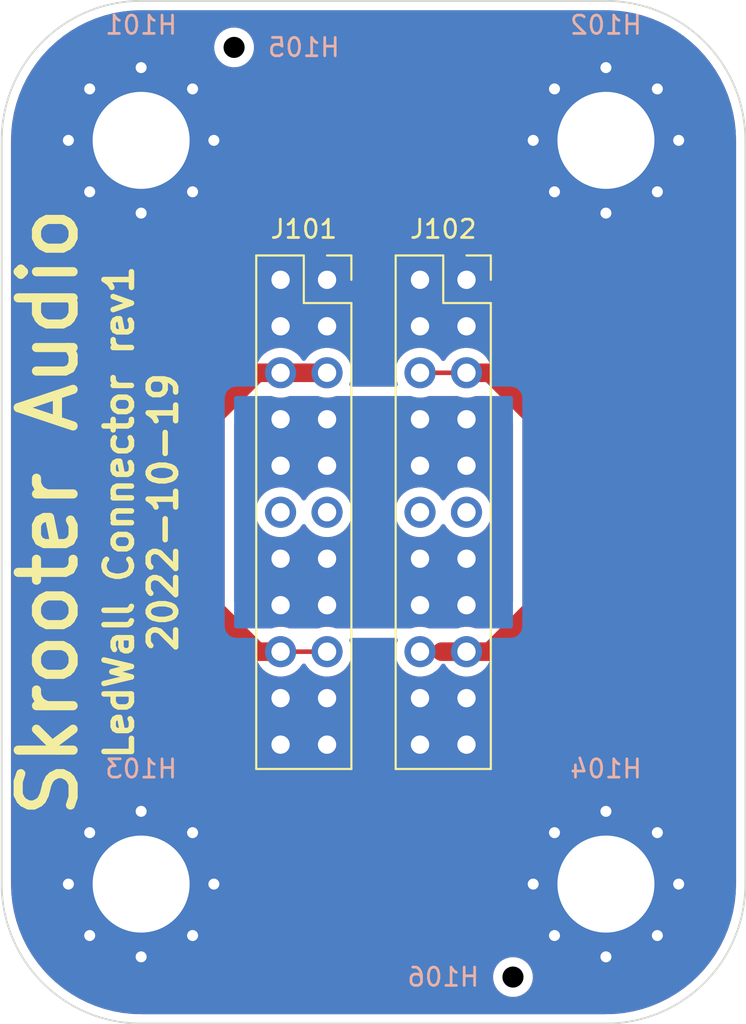
<source format=kicad_pcb>
(kicad_pcb (version 20211014) (generator pcbnew)
  (layers (0 "F.Cu" signal) (31 "B.Cu" signal) (34 "B.Paste" user) (35 "F.Paste" user) (36 "B.SilkS" user "B.Silkscreen") (37 "F.SilkS" user "F.Silkscreen") (38 "B.Mask" user) (39 "F.Mask" user) (44 "Edge.Cuts" user))
  (net 0 "")
  (net 1 "GND")
  (net 2 "VDC")
  (net 3 "/Data")
  (net 4 "/EN")
  (footprint "MountingHole:MountingHole_5.3mm_M5_Pad_Via" (layer "F.Cu") (at 99.06 88.9)
    (fp_text reference "H104" (at 0 -6.3) (layer "B.SilkS") (effects (justify mirror)))
    (fp_text value "MountingHole_Pad")
    (pad "1" thru_hole circle (at -2.810749 -2.810749) (size 0.9 0.9) (drill 0.6) (layers *.Cu *.Mask) (net 1 "GND"))
    (pad "1" thru_hole circle (at 0 3.975) (size 0.9 0.9) (drill 0.6) (layers *.Cu *.Mask) (net 1 "GND"))
    (pad "1" thru_hole circle (at 0 0) (size 10.6 10.6) (drill 5.3) (layers *.Cu *.Mask) (net 1 "GND"))
    (pad "1" thru_hole circle (at 3.975 0) (size 0.9 0.9) (drill 0.6) (layers *.Cu *.Mask) (net 1 "GND"))
    (pad "1" thru_hole circle (at -3.975 0) (size 0.9 0.9) (drill 0.6) (layers *.Cu *.Mask) (net 1 "GND"))
    (pad "1" thru_hole circle (at -2.810749 2.810749) (size 0.9 0.9) (drill 0.6) (layers *.Cu *.Mask) (net 1 "GND"))
    (pad "1" thru_hole circle (at 0 -3.975) (size 0.9 0.9) (drill 0.6) (layers *.Cu *.Mask) (net 1 "GND"))
    (pad "1" thru_hole circle (at 2.810749 2.810749) (size 0.9 0.9) (drill 0.6) (layers *.Cu *.Mask) (net 1 "GND"))
    (pad "1" thru_hole circle (at 2.810749 -2.810749) (size 0.9 0.9) (drill 0.6) (layers *.Cu *.Mask) (net 1 "GND"))
  )
  (footprint "MountingHole:MountingHole_5.3mm_M5_Pad_Via" (layer "F.Cu") (at 99.06 48.26)
    (fp_text reference "H102" (at 0 -6.3) (layer "B.SilkS") (effects (justify mirror)))
    (fp_text value "MountingHole_Pad")
    (pad "1" thru_hole circle (at 0 0) (size 10.6 10.6) (drill 5.3) (layers *.Cu *.Mask) (net 1 "GND"))
    (pad "1" thru_hole circle (at 2.810749 -2.810749) (size 0.9 0.9) (drill 0.6) (layers *.Cu *.Mask) (net 1 "GND"))
    (pad "1" thru_hole circle (at 2.810749 2.810749) (size 0.9 0.9) (drill 0.6) (layers *.Cu *.Mask) (net 1 "GND"))
    (pad "1" thru_hole circle (at 0 -3.975) (size 0.9 0.9) (drill 0.6) (layers *.Cu *.Mask) (net 1 "GND"))
    (pad "1" thru_hole circle (at -2.810749 2.810749) (size 0.9 0.9) (drill 0.6) (layers *.Cu *.Mask) (net 1 "GND"))
    (pad "1" thru_hole circle (at -2.810749 -2.810749) (size 0.9 0.9) (drill 0.6) (layers *.Cu *.Mask) (net 1 "GND"))
    (pad "1" thru_hole circle (at -3.975 0) (size 0.9 0.9) (drill 0.6) (layers *.Cu *.Mask) (net 1 "GND"))
    (pad "1" thru_hole circle (at 0 3.975) (size 0.9 0.9) (drill 0.6) (layers *.Cu *.Mask) (net 1 "GND"))
    (pad "1" thru_hole circle (at 3.975 0) (size 0.9 0.9) (drill 0.6) (layers *.Cu *.Mask) (net 1 "GND"))
  )
  (footprint "MountingHole:MountingHole_5.3mm_M5_Pad_Via" (layer "F.Cu") (at 73.66 88.9)
    (fp_text reference "H103" (at 0 -6.3) (layer "B.SilkS") (effects (justify mirror)))
    (fp_text value "MountingHole_Pad")
    (pad "1" thru_hole circle (at 2.810749 2.810749) (size 0.9 0.9) (drill 0.6) (layers *.Cu *.Mask) (net 1 "GND"))
    (pad "1" thru_hole circle (at 0 3.975) (size 0.9 0.9) (drill 0.6) (layers *.Cu *.Mask) (net 1 "GND"))
    (pad "1" thru_hole circle (at 3.975 0) (size 0.9 0.9) (drill 0.6) (layers *.Cu *.Mask) (net 1 "GND"))
    (pad "1" thru_hole circle (at 0 0) (size 10.6 10.6) (drill 5.3) (layers *.Cu *.Mask) (net 1 "GND"))
    (pad "1" thru_hole circle (at -2.810749 2.810749) (size 0.9 0.9) (drill 0.6) (layers *.Cu *.Mask) (net 1 "GND"))
    (pad "1" thru_hole circle (at 0 -3.975) (size 0.9 0.9) (drill 0.6) (layers *.Cu *.Mask) (net 1 "GND"))
    (pad "1" thru_hole circle (at -3.975 0) (size 0.9 0.9) (drill 0.6) (layers *.Cu *.Mask) (net 1 "GND"))
    (pad "1" thru_hole circle (at 2.810749 -2.810749) (size 0.9 0.9) (drill 0.6) (layers *.Cu *.Mask) (net 1 "GND"))
    (pad "1" thru_hole circle (at -2.810749 -2.810749) (size 0.9 0.9) (drill 0.6) (layers *.Cu *.Mask) (net 1 "GND"))
  )
  (footprint "JLC:JLC_toolinghole" (layer "F.Cu") (at 93.98 93.98)
    (fp_text reference "H106" (at -3.81 0 unlocked) (layer "B.SilkS") (effects (justify mirror)))
    (fp_text value "ToolingHole")
    (pad "" np_thru_hole circle (at 0 0) (size 1.3 1.3) (drill 1.152) (layers *.Mask))
  )
  (footprint "Connector_PinSocket_2.54mm:PinSocket_2x11_P2.54mm_Vertical" (layer "F.Cu") (at 91.44 55.88)
    (fp_text reference "J102" (at -1.27 -2.77) (layer "F.SilkS"))
    (fp_text value "Conn_02x11_Odd_Even")
    (fp_line (start 1.33 -1.33) (end 1.33 0) (layer "F.SilkS") (width 0.12))
    (fp_line (start -3.87 -1.33) (end -1.27 -1.33) (layer "F.SilkS") (width 0.12))
    (fp_line (start -3.87 26.73) (end 1.33 26.73) (layer "F.SilkS") (width 0.12))
    (fp_line (start 1.33 1.27) (end 1.33 26.73) (layer "F.SilkS") (width 0.12))
    (fp_line (start -3.87 -1.33) (end -3.87 26.73) (layer "F.SilkS") (width 0.12))
    (fp_line (start 0 -1.33) (end 1.33 -1.33) (layer "F.SilkS") (width 0.12))
    (fp_line (start -1.27 -1.33) (end -1.27 1.27) (layer "F.SilkS") (width 0.12))
    (fp_line (start -1.27 1.27) (end 1.33 1.27) (layer "F.SilkS") (width 0.12))
    (pad "1" thru_hole rect (at 0 0) (size 1.7 1.7) (drill 1) (layers *.Cu *.Mask) (net 1 "GND"))
    (pad "2" thru_hole oval (at -2.54 0) (size 1.7 1.7) (drill 1) (layers *.Cu *.Mask) (net 1 "GND"))
    (pad "3" thru_hole oval (at 0 2.54) (size 1.7 1.7) (drill 1) (layers *.Cu *.Mask) (net 1 "GND"))
    (pad "4" thru_hole oval (at -2.54 2.54) (size 1.7 1.7) (drill 1) (layers *.Cu *.Mask) (net 1 "GND"))
    (pad "5" thru_hole oval (at 0 5.08) (size 1.7 1.7) (drill 1) (layers *.Cu *.Mask) (net 4 "/EN"))
    (pad "6" thru_hole oval (at -2.54 5.08) (size 1.7 1.7) (drill 1) (layers *.Cu *.Mask) (net 4 "/EN"))
    (pad "7" thru_hole oval (at 0 7.62) (size 1.7 1.7) (drill 1) (layers *.Cu *.Mask) (net 2 "VDC"))
    (pad "8" thru_hole oval (at -2.54 7.62) (size 1.7 1.7) (drill 1) (layers *.Cu *.Mask) (net 2 "VDC"))
    (pad "9" thru_hole oval (at 0 10.16) (size 1.7 1.7) (drill 1) (layers *.Cu *.Mask) (net 2 "VDC"))
    (pad "10" thru_hole oval (at -2.54 10.16) (size 1.7 1.7) (drill 1) (layers *.Cu *.Mask) (net 2 "VDC"))
    (pad "11" thru_hole oval (at 0 12.7) (size 1.7 1.7) (drill 1) (layers *.Cu *.Mask))
    (pad "12" thru_hole oval (at -2.54 12.7) (size 1.7 1.7) (drill 1) (layers *.Cu *.Mask))
    (pad "13" thru_hole oval (at 0 15.24) (size 1.7 1.7) (drill 1) (layers *.Cu *.Mask) (net 2 "VDC"))
    (pad "14" thru_hole oval (at -2.54 15.24) (size 1.7 1.7) (drill 1) (layers *.Cu *.Mask) (net 2 "VDC"))
    (pad "15" thru_hole oval (at 0 17.78) (size 1.7 1.7) (drill 1) (layers *.Cu *.Mask) (net 2 "VDC"))
    (pad "16" thru_hole oval (at -2.54 17.78) (size 1.7 1.7) (drill 1) (layers *.Cu *.Mask) (net 2 "VDC"))
    (pad "17" thru_hole oval (at 0 20.32) (size 1.7 1.7) (drill 1) (layers *.Cu *.Mask) (net 4 "/EN"))
    (pad "18" thru_hole oval (at -2.54 20.32) (size 1.7 1.7) (drill 1) (layers *.Cu *.Mask) (net 4 "/EN"))
    (pad "19" thru_hole oval (at 0 22.86) (size 1.7 1.7) (drill 1) (layers *.Cu *.Mask) (net 1 "GND"))
    (pad "20" thru_hole oval (at -2.54 22.86) (size 1.7 1.7) (drill 1) (layers *.Cu *.Mask) (net 1 "GND"))
    (pad "21" thru_hole oval (at 0 25.4) (size 1.7 1.7) (drill 1) (layers *.Cu *.Mask) (net 1 "GND"))
    (pad "22" thru_hole oval (at -2.54 25.4) (size 1.7 1.7) (drill 1) (layers *.Cu *.Mask) (net 1 "GND"))
  )
  (footprint "JLC:JLC_toolinghole" (layer "F.Cu") (at 78.74 43.18)
    (fp_text reference "H105" (at 3.81 0 unlocked) (layer "B.SilkS") (effects (justify mirror)))
    (fp_text value "ToolingHole")
    (pad "" np_thru_hole circle (at 0 0) (size 1.3 1.3) (drill 1.152) (layers *.Mask))
  )
  (footprint "MountingHole:MountingHole_5.3mm_M5_Pad_Via" (layer "F.Cu") (at 73.66 48.26)
    (fp_text reference "H101" (at 0 -6.3) (layer "B.SilkS") (effects (justify mirror)))
    (fp_text value "MountingHole_Pad")
    (pad "1" thru_hole circle (at -2.810749 -2.810749) (size 0.9 0.9) (drill 0.6) (layers *.Cu *.Mask) (net 1 "GND"))
    (pad "1" thru_hole circle (at 0 0) (size 10.6 10.6) (drill 5.3) (layers *.Cu *.Mask) (net 1 "GND"))
    (pad "1" thru_hole circle (at 3.975 0) (size 0.9 0.9) (drill 0.6) (layers *.Cu *.Mask) (net 1 "GND"))
    (pad "1" thru_hole circle (at -2.810749 2.810749) (size 0.9 0.9) (drill 0.6) (layers *.Cu *.Mask) (net 1 "GND"))
    (pad "1" thru_hole circle (at -3.975 0) (size 0.9 0.9) (drill 0.6) (layers *.Cu *.Mask) (net 1 "GND"))
    (pad "1" thru_hole circle (at 2.810749 -2.810749) (size 0.9 0.9) (drill 0.6) (layers *.Cu *.Mask) (net 1 "GND"))
    (pad "1" thru_hole circle (at 0 3.975) (size 0.9 0.9) (drill 0.6) (layers *.Cu *.Mask) (net 1 "GND"))
    (pad "1" thru_hole circle (at 2.810749 2.810749) (size 0.9 0.9) (drill 0.6) (layers *.Cu *.Mask) (net 1 "GND"))
    (pad "1" thru_hole circle (at 0 -3.975) (size 0.9 0.9) (drill 0.6) (layers *.Cu *.Mask) (net 1 "GND"))
  )
  (footprint "Connector_PinSocket_2.54mm:PinSocket_2x11_P2.54mm_Vertical" (layer "F.Cu") (at 83.82 55.88)
    (fp_text reference "J101" (at -1.27 -2.77) (layer "F.SilkS"))
    (fp_text value "Conn_02x11_Odd_Even")
    (fp_line (start -3.87 26.73) (end 1.33 26.73) (layer "F.SilkS") (width 0.12))
    (fp_line (start -3.87 -1.33) (end -1.27 -1.33) (layer "F.SilkS") (width 0.12))
    (fp_line (start 1.33 -1.33) (end 1.33 0) (layer "F.SilkS") (width 0.12))
    (fp_line (start -3.87 -1.33) (end -3.87 26.73) (layer "F.SilkS") (width 0.12))
    (fp_line (start 1.33 1.27) (end 1.33 26.73) (layer "F.SilkS") (width 0.12))
    (fp_line (start 0 -1.33) (end 1.33 -1.33) (layer "F.SilkS") (width 0.12))
    (fp_line (start -1.27 1.27) (end 1.33 1.27) (layer "F.SilkS") (width 0.12))
    (fp_line (start -1.27 -1.33) (end -1.27 1.27) (layer "F.SilkS") (width 0.12))
    (pad "1" thru_hole rect (at 0 0) (size 1.7 1.7) (drill 1) (layers *.Cu *.Mask) (net 1 "GND"))
    (pad "2" thru_hole oval (at -2.54 0) (size 1.7 1.7) (drill 1) (layers *.Cu *.Mask) (net 1 "GND"))
    (pad "3" thru_hole oval (at 0 2.54) (size 1.7 1.7) (drill 1) (layers *.Cu *.Mask) (net 1 "GND"))
    (pad "4" thru_hole oval (at -2.54 2.54) (size 1.7 1.7) (drill 1) (layers *.Cu *.Mask) (net 1 "GND"))
    (pad "5" thru_hole oval (at 0 5.08) (size 1.7 1.7) (drill 1) (layers *.Cu *.Mask) (net 3 "/Data"))
    (pad "6" thru_hole oval (at -2.54 5.08) (size 1.7 1.7) (drill 1) (layers *.Cu *.Mask) (net 3 "/Data"))
    (pad "7" thru_hole oval (at 0 7.62) (size 1.7 1.7) (drill 1) (layers *.Cu *.Mask) (net 2 "VDC"))
    (pad "8" thru_hole oval (at -2.54 7.62) (size 1.7 1.7) (drill 1) (layers *.Cu *.Mask) (net 2 "VDC"))
    (pad "9" thru_hole oval (at 0 10.16) (size 1.7 1.7) (drill 1) (layers *.Cu *.Mask) (net 2 "VDC"))
    (pad "10" thru_hole oval (at -2.54 10.16) (size 1.7 1.7) (drill 1) (layers *.Cu *.Mask) (net 2 "VDC"))
    (pad "11" thru_hole oval (at 0 12.7) (size 1.7 1.7) (drill 1) (layers *.Cu *.Mask))
    (pad "12" thru_hole oval (at -2.54 12.7) (size 1.7 1.7) (drill 1) (layers *.Cu *.Mask))
    (pad "13" thru_hole oval (at 0 15.24) (size 1.7 1.7) (drill 1) (layers *.Cu *.Mask) (net 2 "VDC"))
    (pad "14" thru_hole oval (at -2.54 15.24) (size 1.7 1.7) (drill 1) (layers *.Cu *.Mask) (net 2 "VDC"))
    (pad "15" thru_hole oval (at 0 17.78) (size 1.7 1.7) (drill 1) (layers *.Cu *.Mask) (net 2 "VDC"))
    (pad "16" thru_hole oval (at -2.54 17.78) (size 1.7 1.7) (drill 1) (layers *.Cu *.Mask) (net 2 "VDC"))
    (pad "17" thru_hole oval (at 0 20.32) (size 1.7 1.7) (drill 1) (layers *.Cu *.Mask) (net 3 "/Data"))
    (pad "18" thru_hole oval (at -2.54 20.32) (size 1.7 1.7) (drill 1) (layers *.Cu *.Mask) (net 3 "/Data"))
    (pad "19" thru_hole oval (at 0 22.86) (size 1.7 1.7) (drill 1) (layers *.Cu *.Mask) (net 1 "GND"))
    (pad "20" thru_hole oval (at -2.54 22.86) (size 1.7 1.7) (drill 1) (layers *.Cu *.Mask) (net 1 "GND"))
    (pad "21" thru_hole oval (at 0 25.4) (size 1.7 1.7) (drill 1) (layers *.Cu *.Mask) (net 1 "GND"))
    (pad "22" thru_hole oval (at -2.54 25.4) (size 1.7 1.7) (drill 1) (layers *.Cu *.Mask) (net 1 "GND"))
  )
  (gr_line (start 73.66 96.52) (end 99.06 96.52) (layer "Edge.Cuts") (width 0.1))
  (gr_line (start 106.68 88.9) (end 106.68 48.26) (layer "Edge.Cuts") (width 0.1))
  (gr_arc (start 73.66 96.52) (mid 68.271846 94.288154) (end 66.04 88.9) (layer "Edge.Cuts") (width 0.1))
  (gr_arc (start 66.04 48.26) (mid 68.271846 42.871846) (end 73.66 40.64) (layer "Edge.Cuts") (width 0.1))
  (gr_arc (start 99.06 40.64) (mid 104.448154 42.871846) (end 106.68 48.26) (layer "Edge.Cuts") (width 0.1))
  (gr_arc (start 106.68 88.9) (mid 104.448154 94.288154) (end 99.06 96.52) (layer "Edge.Cuts") (width 0.1))
  (gr_line (start 99.06 40.64) (end 73.66 40.64) (layer "Edge.Cuts") (width 0.1))
  (gr_line (start 66.04 88.9) (end 66.04 48.26) (layer "Edge.Cuts") (width 0.1))
  (gr_text "Skrooter Audio" (at 68.58 68.58 90) (layer "F.SilkS") (effects (font (size 3 3) (thickness 0.5))))
  (gr_text "LedWall Connector rev1\n2022-10-19" (at 73.66 68.58 90) (layer "F.SilkS") (effects (font (size 1.5 1.5) (thickness 0.3))))
  (segment (start 81.28 76.2) (end 80.01 76.2) (width 1.016) (layer "F.Cu") (net 3))
  (segment (start 80.01 60.96) (end 83.82 60.96) (width 1.016) (layer "F.Cu") (net 3))
  (segment (start 77.724 73.914) (end 77.724 63.246) (width 1.016) (layer "F.Cu") (net 3))
  (segment (start 80.01 76.2) (end 77.724 73.914) (width 1.016) (layer "F.Cu") (net 3))
  (segment (start 83.82 76.2) (end 81.28 76.2) (width 0.25) (layer "F.Cu") (net 3))
  (segment (start 77.724 63.246) (end 80.01 60.96) (width 1.016) (layer "F.Cu") (net 3))
  (segment (start 92.71 60.96) (end 94.996 63.246) (width 1.016) (layer "F.Cu") (net 4))
  (segment (start 91.44 60.96) (end 92.71 60.96) (width 1.016) (layer "F.Cu") (net 4))
  (segment (start 88.9 60.96) (end 91.44 60.96) (width 0.25) (layer "F.Cu") (net 4))
  (segment (start 92.71 76.2) (end 90.075 76.2) (width 1.016) (layer "F.Cu") (net 4))
  (segment (start 94.996 73.914) (end 92.71 76.2) (width 1.016) (layer "F.Cu") (net 4))
  (segment (start 94.996 63.246) (end 94.996 73.914) (width 1.016) (layer "F.Cu") (net 4))
  (segment (start 88.9 76.2) (end 91.44 76.2) (width 0.25) (layer "F.Cu") (net 4))
  (zone (net 2) (net_name "VDC") (layers F&B.Cu) (priority 10) (connect_pads yes (clearance 0.508)) (min_thickness 0.254) (fill yes (thermal_gap 0.508) (thermal_bridge_width 0.508))
    (polygon (pts (xy 93.98 74.93) (xy 78.74 74.93) (xy 78.74 62.23) (xy 93.98 62.23)))
  )
  (zone (net 1) (net_name "GND") (layers F&B.Cu) (priority 4) (connect_pads yes (clearance 0.508)) (min_thickness 0.254) (fill yes (thermal_gap 0.508) (thermal_bridge_width 0.508))
    (polygon (pts (xy 106.68 96.52) (xy 66.04 96.52) (xy 66.04 40.64) (xy 106.68 40.64)))
  )
)
</source>
